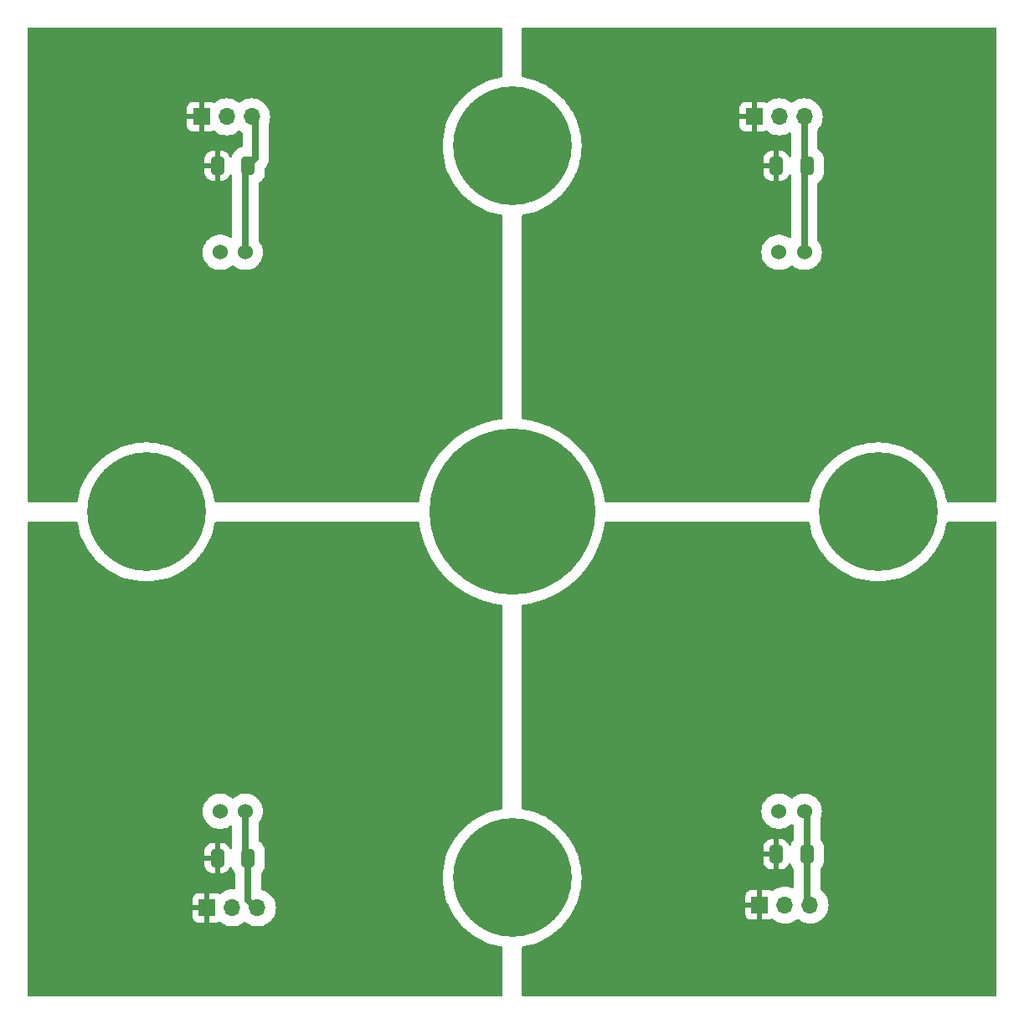
<source format=gbr>
%TF.GenerationSoftware,KiCad,Pcbnew,7.0.5-0*%
%TF.CreationDate,2023-06-12T10:58:37-04:00*%
%TF.ProjectId,quad_sipm,71756164-5f73-4697-906d-2e6b69636164,rev?*%
%TF.SameCoordinates,Original*%
%TF.FileFunction,Copper,L2,Bot*%
%TF.FilePolarity,Positive*%
%FSLAX46Y46*%
G04 Gerber Fmt 4.6, Leading zero omitted, Abs format (unit mm)*
G04 Created by KiCad (PCBNEW 7.0.5-0) date 2023-06-12 10:58:37*
%MOMM*%
%LPD*%
G01*
G04 APERTURE LIST*
G04 Aperture macros list*
%AMRoundRect*
0 Rectangle with rounded corners*
0 $1 Rounding radius*
0 $2 $3 $4 $5 $6 $7 $8 $9 X,Y pos of 4 corners*
0 Add a 4 corners polygon primitive as box body*
4,1,4,$2,$3,$4,$5,$6,$7,$8,$9,$2,$3,0*
0 Add four circle primitives for the rounded corners*
1,1,$1+$1,$2,$3*
1,1,$1+$1,$4,$5*
1,1,$1+$1,$6,$7*
1,1,$1+$1,$8,$9*
0 Add four rect primitives between the rounded corners*
20,1,$1+$1,$2,$3,$4,$5,0*
20,1,$1+$1,$4,$5,$6,$7,0*
20,1,$1+$1,$6,$7,$8,$9,0*
20,1,$1+$1,$8,$9,$2,$3,0*%
G04 Aperture macros list end*
%TA.AperFunction,ComponentPad*%
%ADD10C,16.800000*%
%TD*%
%TA.AperFunction,ComponentPad*%
%ADD11C,12.000000*%
%TD*%
%TA.AperFunction,ComponentPad*%
%ADD12C,1.524000*%
%TD*%
%TA.AperFunction,ComponentPad*%
%ADD13R,1.700000X1.700000*%
%TD*%
%TA.AperFunction,ComponentPad*%
%ADD14O,1.700000X1.700000*%
%TD*%
%TA.AperFunction,SMDPad,CuDef*%
%ADD15RoundRect,0.250000X-0.412500X-0.650000X0.412500X-0.650000X0.412500X0.650000X-0.412500X0.650000X0*%
%TD*%
%TA.AperFunction,Conductor*%
%ADD16C,0.635000*%
%TD*%
G04 APERTURE END LIST*
D10*
%TO.P,H2,1*%
%TO.N,N/C*%
X100000000Y-100000000D03*
%TD*%
D11*
%TO.P,H3,1*%
%TO.N,N/C*%
X100000000Y-137000000D03*
%TD*%
%TO.P,H4,1*%
%TO.N,N/C*%
X137000000Y-100000000D03*
%TD*%
%TO.P,H5,1*%
%TO.N,N/C*%
X63000000Y-100000000D03*
%TD*%
%TO.P,H1,1*%
%TO.N,N/C*%
X100000000Y-63000000D03*
%TD*%
D12*
%TO.P,D2,1,A*%
%TO.N,Net-(D2-A)*%
X70480000Y-130270000D03*
%TO.P,D2,2,K*%
%TO.N,Net-(D2-K)*%
X73030000Y-130270000D03*
%TD*%
%TO.P,D1,1,A*%
%TO.N,Net-(D1-A)*%
X126995000Y-130270000D03*
%TO.P,D1,2,K*%
%TO.N,Net-(D1-K)*%
X129545000Y-130270000D03*
%TD*%
%TO.P,D4,1,A*%
%TO.N,Net-(D4-A)*%
X70480000Y-73755000D03*
%TO.P,D4,2,K*%
%TO.N,Net-(D4-K)*%
X73030000Y-73755000D03*
%TD*%
%TO.P,D3,1,A*%
%TO.N,Net-(D3-A)*%
X126995000Y-73755000D03*
%TO.P,D3,2,K*%
%TO.N,Net-(D3-K)*%
X129545000Y-73755000D03*
%TD*%
D13*
%TO.P,J1,1,Pin_1*%
%TO.N,Net-(J1-Pin_1)*%
X125050000Y-139745000D03*
D14*
%TO.P,J1,2,Pin_2*%
%TO.N,Net-(D1-A)*%
X127590000Y-139745000D03*
%TO.P,J1,3,Pin_3*%
%TO.N,Net-(D1-K)*%
X130130000Y-139745000D03*
%TD*%
D15*
%TO.P,C4,1*%
%TO.N,Net-(J4-Pin_1)*%
X70192500Y-65000000D03*
%TO.P,C4,2*%
%TO.N,Net-(D4-K)*%
X73317500Y-65000000D03*
%TD*%
D13*
%TO.P,J3,1,Pin_1*%
%TO.N,Net-(J3-Pin_1)*%
X124460000Y-60045000D03*
D14*
%TO.P,J3,2,Pin_2*%
%TO.N,Net-(D3-A)*%
X127000000Y-60045000D03*
%TO.P,J3,3,Pin_3*%
%TO.N,Net-(D3-K)*%
X129540000Y-60045000D03*
%TD*%
D13*
%TO.P,J4,1,Pin_1*%
%TO.N,Net-(J4-Pin_1)*%
X68580000Y-60045000D03*
D14*
%TO.P,J4,2,Pin_2*%
%TO.N,Net-(D4-A)*%
X71120000Y-60045000D03*
%TO.P,J4,3,Pin_3*%
%TO.N,Net-(D4-K)*%
X73660000Y-60045000D03*
%TD*%
D15*
%TO.P,C3,1*%
%TO.N,Net-(J3-Pin_1)*%
X126707500Y-65000000D03*
%TO.P,C3,2*%
%TO.N,Net-(D3-K)*%
X129832500Y-65000000D03*
%TD*%
D13*
%TO.P,J2,1,Pin_1*%
%TO.N,Net-(J2-Pin_1)*%
X69170000Y-140045000D03*
D14*
%TO.P,J2,2,Pin_2*%
%TO.N,Net-(D2-A)*%
X71710000Y-140045000D03*
%TO.P,J2,3,Pin_3*%
%TO.N,Net-(D2-K)*%
X74250000Y-140045000D03*
%TD*%
D15*
%TO.P,C1,1*%
%TO.N,Net-(J1-Pin_1)*%
X126707500Y-134620000D03*
%TO.P,C1,2*%
%TO.N,Net-(D1-K)*%
X129832500Y-134620000D03*
%TD*%
%TO.P,C2,1*%
%TO.N,Net-(J2-Pin_1)*%
X70192500Y-135000000D03*
%TO.P,C2,2*%
%TO.N,Net-(D2-K)*%
X73317500Y-135000000D03*
%TD*%
D16*
%TO.N,Net-(D1-K)*%
X129832500Y-134620000D02*
X129832500Y-130557500D01*
X129832500Y-139447500D02*
X130130000Y-139745000D01*
X129832500Y-134620000D02*
X129832500Y-139447500D01*
X129832500Y-139357500D02*
X130175000Y-139700000D01*
X129832500Y-130557500D02*
X129545000Y-130270000D01*
%TO.N,Net-(D2-K)*%
X73030000Y-130270000D02*
X73030000Y-134712500D01*
X73317500Y-139237500D02*
X74080000Y-140000000D01*
X73030000Y-134712500D02*
X73317500Y-135000000D01*
X73317500Y-135000000D02*
X73317500Y-139237500D01*
%TO.N,Net-(D3-K)*%
X129540000Y-60045000D02*
X129540000Y-64707500D01*
X129545000Y-73755000D02*
X129545000Y-65287500D01*
X129540000Y-64707500D02*
X129832500Y-65000000D01*
%TO.N,Net-(D4-K)*%
X73030000Y-73755000D02*
X73030000Y-65287500D01*
X74080000Y-60000000D02*
X74080000Y-64237500D01*
X73030000Y-65287500D02*
X73317500Y-65000000D01*
X74080000Y-64237500D02*
X73317500Y-65000000D01*
%TD*%
%TA.AperFunction,Conductor*%
%TO.N,Net-(J3-Pin_1)*%
G36*
X148942121Y-51020002D02*
G01*
X148988614Y-51073658D01*
X149000000Y-51126000D01*
X149000000Y-98874000D01*
X148979998Y-98942121D01*
X148926342Y-98988614D01*
X148874000Y-99000000D01*
X144056178Y-99000000D01*
X143988057Y-98979998D01*
X143941564Y-98926342D01*
X143932375Y-98897425D01*
X143897659Y-98713953D01*
X143845369Y-98437589D01*
X143709468Y-97930403D01*
X143580392Y-97561525D01*
X143536049Y-97434799D01*
X143536048Y-97434798D01*
X143536046Y-97434791D01*
X143326072Y-96953524D01*
X143326069Y-96953519D01*
X143326062Y-96953503D01*
X143171250Y-96660588D01*
X143080719Y-96489295D01*
X143080709Y-96489279D01*
X142801366Y-96044706D01*
X142801354Y-96044689D01*
X142489561Y-95622224D01*
X142489548Y-95622208D01*
X142147067Y-95224239D01*
X142147058Y-95224228D01*
X142147045Y-95224215D01*
X142147034Y-95224203D01*
X141775796Y-94852965D01*
X141775784Y-94852954D01*
X141775772Y-94852942D01*
X141674361Y-94765671D01*
X141377791Y-94510451D01*
X141377775Y-94510438D01*
X140955310Y-94198645D01*
X140955293Y-94198633D01*
X140510720Y-93919290D01*
X140510712Y-93919285D01*
X140510705Y-93919281D01*
X140465089Y-93895172D01*
X140046496Y-93673937D01*
X140046470Y-93673925D01*
X139862513Y-93593666D01*
X139565209Y-93463954D01*
X139565202Y-93463951D01*
X139565200Y-93463950D01*
X139069605Y-93290534D01*
X138562412Y-93154631D01*
X138046487Y-93057013D01*
X137524711Y-92998222D01*
X137000000Y-92978590D01*
X136475288Y-92998222D01*
X135953512Y-93057013D01*
X135437587Y-93154631D01*
X134930394Y-93290534D01*
X134434799Y-93463950D01*
X134434796Y-93463952D01*
X133953529Y-93673925D01*
X133953503Y-93673937D01*
X133489300Y-93919278D01*
X133489279Y-93919290D01*
X133044706Y-94198633D01*
X133044689Y-94198645D01*
X132622224Y-94510438D01*
X132622208Y-94510451D01*
X132224239Y-94852932D01*
X132224203Y-94852965D01*
X131852965Y-95224203D01*
X131852932Y-95224239D01*
X131510451Y-95622208D01*
X131510438Y-95622224D01*
X131198645Y-96044689D01*
X131198633Y-96044706D01*
X130919290Y-96489279D01*
X130919278Y-96489300D01*
X130673937Y-96953503D01*
X130673925Y-96953529D01*
X130463952Y-97434796D01*
X130463950Y-97434799D01*
X130290534Y-97930394D01*
X130154631Y-98437587D01*
X130067625Y-98897425D01*
X130035308Y-98960639D01*
X129973944Y-98996347D01*
X129943822Y-99000000D01*
X109477770Y-99000000D01*
X109409649Y-98979998D01*
X109363156Y-98926342D01*
X109352377Y-98886350D01*
X109340942Y-98770251D01*
X109340941Y-98770249D01*
X109340941Y-98770242D01*
X109240512Y-98161948D01*
X109186523Y-97930403D01*
X109100512Y-97561520D01*
X108921547Y-96971555D01*
X108921545Y-96971547D01*
X108740040Y-96489300D01*
X108704372Y-96394531D01*
X108449926Y-95832958D01*
X108159296Y-95289228D01*
X107833728Y-94765671D01*
X107474613Y-94264527D01*
X107083492Y-93787944D01*
X106662038Y-93337962D01*
X106212056Y-92916508D01*
X105735473Y-92525387D01*
X105234329Y-92166272D01*
X104710772Y-91840704D01*
X104710771Y-91840703D01*
X104167054Y-91550080D01*
X104167037Y-91550071D01*
X103754548Y-91363174D01*
X103605469Y-91295628D01*
X103605464Y-91295626D01*
X103028452Y-91078454D01*
X103028444Y-91078452D01*
X102438479Y-90899487D01*
X101838066Y-90759490D01*
X101229760Y-90659059D01*
X101113649Y-90647622D01*
X101047817Y-90621039D01*
X101006807Y-90563084D01*
X101000000Y-90522229D01*
X101000000Y-70056178D01*
X101020002Y-69988057D01*
X101073658Y-69941564D01*
X101102575Y-69932375D01*
X101257671Y-69903028D01*
X101562411Y-69845369D01*
X102069597Y-69709468D01*
X102565209Y-69536046D01*
X103046476Y-69326072D01*
X103046487Y-69326065D01*
X103046496Y-69326062D01*
X103198527Y-69245710D01*
X103510705Y-69080719D01*
X103955301Y-68801361D01*
X104377778Y-68489559D01*
X104775772Y-68147058D01*
X105147058Y-67775772D01*
X105489559Y-67377778D01*
X105801361Y-66955301D01*
X106080719Y-66510705D01*
X106279465Y-66134661D01*
X106326062Y-66046496D01*
X106326065Y-66046487D01*
X106326072Y-66046476D01*
X106536046Y-65565209D01*
X106644943Y-65254000D01*
X125410000Y-65254000D01*
X125410000Y-65711938D01*
X125416082Y-65789210D01*
X125464230Y-65968902D01*
X125548687Y-66134658D01*
X125548688Y-66134661D01*
X125665763Y-66279236D01*
X125810338Y-66396311D01*
X125810341Y-66396312D01*
X125976097Y-66480769D01*
X126155789Y-66528917D01*
X126233061Y-66535000D01*
X126453500Y-66535000D01*
X126453500Y-65254000D01*
X125410000Y-65254000D01*
X106644943Y-65254000D01*
X106709468Y-65069597D01*
X106796176Y-64746000D01*
X125410000Y-64746000D01*
X126453500Y-64746000D01*
X126453500Y-63465000D01*
X126233061Y-63465000D01*
X126155789Y-63471082D01*
X125976097Y-63519230D01*
X125810341Y-63603687D01*
X125810338Y-63603688D01*
X125665763Y-63720763D01*
X125548688Y-63865338D01*
X125548687Y-63865341D01*
X125464230Y-64031097D01*
X125416082Y-64210789D01*
X125410000Y-64288061D01*
X125410000Y-64746000D01*
X106796176Y-64746000D01*
X106845369Y-64562411D01*
X106942987Y-64046487D01*
X107001777Y-63524711D01*
X107021410Y-63000000D01*
X107001777Y-62475289D01*
X106942987Y-61953513D01*
X106845369Y-61437589D01*
X106717167Y-60959136D01*
X122975000Y-60959136D01*
X122977832Y-60995117D01*
X122977834Y-60995130D01*
X123022595Y-61149197D01*
X123104261Y-61287285D01*
X123104266Y-61287292D01*
X123217707Y-61400733D01*
X123217714Y-61400738D01*
X123355802Y-61482404D01*
X123509869Y-61527165D01*
X123509882Y-61527167D01*
X123545863Y-61529999D01*
X123545865Y-61530000D01*
X124206000Y-61530000D01*
X124206000Y-60478674D01*
X124317685Y-60529680D01*
X124424237Y-60545000D01*
X124495763Y-60545000D01*
X124602315Y-60529680D01*
X124714000Y-60478674D01*
X124714000Y-61530000D01*
X125374135Y-61530000D01*
X125374136Y-61529999D01*
X125410117Y-61527167D01*
X125410130Y-61527165D01*
X125564195Y-61482404D01*
X125627058Y-61445227D01*
X125695874Y-61427767D01*
X125763205Y-61450283D01*
X125773723Y-61458467D01*
X125774575Y-61459205D01*
X125774580Y-61459210D01*
X125988316Y-61619211D01*
X126222647Y-61747165D01*
X126472803Y-61840468D01*
X126472806Y-61840468D01*
X126472810Y-61840470D01*
X126623788Y-61873313D01*
X126733691Y-61897221D01*
X127000000Y-61916268D01*
X127266309Y-61897221D01*
X127527188Y-61840470D01*
X127527189Y-61840470D01*
X127527190Y-61840469D01*
X127527197Y-61840468D01*
X127777353Y-61747165D01*
X128011684Y-61619211D01*
X128011693Y-61619204D01*
X128011869Y-61619092D01*
X128011939Y-61619071D01*
X128015634Y-61617054D01*
X128016072Y-61617857D01*
X128079987Y-61599083D01*
X128148110Y-61619078D01*
X128194608Y-61672729D01*
X128206000Y-61725083D01*
X128206000Y-63968908D01*
X128202181Y-63999695D01*
X128194694Y-64029408D01*
X128158654Y-64090576D01*
X128095264Y-64122550D01*
X128024651Y-64115177D01*
X127969234Y-64070798D01*
X127953542Y-64037106D01*
X127953137Y-64037262D01*
X127950894Y-64031419D01*
X127950806Y-64031230D01*
X127950770Y-64031098D01*
X127866312Y-63865341D01*
X127866311Y-63865338D01*
X127749236Y-63720763D01*
X127604661Y-63603688D01*
X127604658Y-63603687D01*
X127438902Y-63519230D01*
X127259210Y-63471082D01*
X127181939Y-63465000D01*
X126961500Y-63465000D01*
X126961500Y-66535000D01*
X127181939Y-66535000D01*
X127259210Y-66528917D01*
X127438902Y-66480769D01*
X127604658Y-66396312D01*
X127604661Y-66396311D01*
X127749236Y-66279236D01*
X127866311Y-66134661D01*
X127866312Y-66134658D01*
X127950768Y-65968905D01*
X127950804Y-65968774D01*
X127950847Y-65968702D01*
X127953137Y-65962738D01*
X127954227Y-65963156D01*
X127987752Y-65908149D01*
X128051611Y-65877124D01*
X128122106Y-65885548D01*
X128176856Y-65930748D01*
X128194694Y-65970593D01*
X128207180Y-66020148D01*
X128210999Y-66050933D01*
X128211000Y-72193125D01*
X128190998Y-72261246D01*
X128137342Y-72307739D01*
X128067068Y-72317843D01*
X128014022Y-72297231D01*
X127886746Y-72210456D01*
X127886738Y-72210451D01*
X127646590Y-72094802D01*
X127646572Y-72094795D01*
X127391873Y-72016231D01*
X127391865Y-72016229D01*
X127391863Y-72016229D01*
X127128280Y-71976500D01*
X126861720Y-71976500D01*
X126598137Y-72016229D01*
X126598135Y-72016229D01*
X126598126Y-72016231D01*
X126343427Y-72094795D01*
X126343414Y-72094800D01*
X126103254Y-72210456D01*
X126103247Y-72210460D01*
X125883020Y-72360609D01*
X125883015Y-72360613D01*
X125883014Y-72360614D01*
X125687612Y-72541921D01*
X125661000Y-72575291D01*
X125521411Y-72750329D01*
X125388132Y-72981176D01*
X125388130Y-72981180D01*
X125290746Y-73229312D01*
X125231434Y-73489180D01*
X125231433Y-73489185D01*
X125211513Y-73755000D01*
X125231433Y-74020815D01*
X125231434Y-74020819D01*
X125290746Y-74280687D01*
X125388130Y-74528819D01*
X125388132Y-74528823D01*
X125521411Y-74759670D01*
X125521413Y-74759673D01*
X125521414Y-74759674D01*
X125687612Y-74968079D01*
X125883014Y-75149386D01*
X125883020Y-75149390D01*
X126103247Y-75299539D01*
X126103254Y-75299543D01*
X126103257Y-75299545D01*
X126241711Y-75366220D01*
X126343414Y-75415199D01*
X126343427Y-75415204D01*
X126598126Y-75493768D01*
X126598128Y-75493768D01*
X126598137Y-75493771D01*
X126861720Y-75533500D01*
X126861725Y-75533500D01*
X127128275Y-75533500D01*
X127128280Y-75533500D01*
X127391863Y-75493771D01*
X127391873Y-75493768D01*
X127646572Y-75415204D01*
X127646574Y-75415202D01*
X127646581Y-75415201D01*
X127646586Y-75415198D01*
X127646590Y-75415197D01*
X127886738Y-75299548D01*
X127886738Y-75299547D01*
X127886744Y-75299545D01*
X128106986Y-75149386D01*
X128184297Y-75077650D01*
X128247836Y-75045978D01*
X128318413Y-75053687D01*
X128355701Y-75077650D01*
X128433007Y-75149380D01*
X128433010Y-75149382D01*
X128433014Y-75149386D01*
X128433021Y-75149390D01*
X128433020Y-75149390D01*
X128653247Y-75299539D01*
X128653254Y-75299543D01*
X128653257Y-75299545D01*
X128791711Y-75366220D01*
X128893414Y-75415199D01*
X128893427Y-75415204D01*
X129148126Y-75493768D01*
X129148128Y-75493768D01*
X129148137Y-75493771D01*
X129411720Y-75533500D01*
X129411725Y-75533500D01*
X129678275Y-75533500D01*
X129678280Y-75533500D01*
X129941863Y-75493771D01*
X129941873Y-75493768D01*
X130196572Y-75415204D01*
X130196574Y-75415202D01*
X130196581Y-75415201D01*
X130196586Y-75415198D01*
X130196590Y-75415197D01*
X130436738Y-75299548D01*
X130436738Y-75299547D01*
X130436744Y-75299545D01*
X130656986Y-75149386D01*
X130852388Y-74968079D01*
X131018586Y-74759674D01*
X131151866Y-74528826D01*
X131249252Y-74280692D01*
X131308567Y-74020815D01*
X131328487Y-73755000D01*
X131308567Y-73489185D01*
X131249252Y-73229308D01*
X131203577Y-73112931D01*
X131151869Y-72981180D01*
X131151867Y-72981176D01*
X131018588Y-72750329D01*
X130906489Y-72609761D01*
X130879655Y-72544031D01*
X130879000Y-72531201D01*
X130879000Y-66817504D01*
X130899002Y-66749383D01*
X130933243Y-66713933D01*
X131059950Y-66626152D01*
X131221152Y-66464950D01*
X131350979Y-66277554D01*
X131445260Y-66069989D01*
X131500963Y-65848925D01*
X131511500Y-65715042D01*
X131511500Y-64284958D01*
X131500963Y-64151075D01*
X131445260Y-63930011D01*
X131350979Y-63722446D01*
X131221152Y-63535050D01*
X131221150Y-63535048D01*
X131221142Y-63535039D01*
X131059960Y-63373857D01*
X131059954Y-63373852D01*
X131059950Y-63373848D01*
X131059943Y-63373843D01*
X130928245Y-63282602D01*
X130883640Y-63227367D01*
X130874000Y-63179030D01*
X130874000Y-61402820D01*
X130894002Y-61334699D01*
X130910906Y-61313724D01*
X130926086Y-61298542D01*
X130954210Y-61270420D01*
X131114211Y-61056684D01*
X131242165Y-60822353D01*
X131335468Y-60572197D01*
X131392221Y-60311309D01*
X131411268Y-60045000D01*
X131392221Y-59778691D01*
X131344717Y-59560320D01*
X131335470Y-59517811D01*
X131335470Y-59517810D01*
X131335468Y-59517806D01*
X131335468Y-59517803D01*
X131242165Y-59267647D01*
X131114211Y-59033316D01*
X130954210Y-58819580D01*
X130765420Y-58630790D01*
X130765417Y-58630788D01*
X130765414Y-58630785D01*
X130670856Y-58560000D01*
X130551684Y-58470789D01*
X130423729Y-58400920D01*
X130317352Y-58342834D01*
X130067189Y-58249529D01*
X129806311Y-58192779D01*
X129806313Y-58192779D01*
X129540000Y-58173732D01*
X129273687Y-58192779D01*
X129012811Y-58249529D01*
X129012810Y-58249529D01*
X128762647Y-58342834D01*
X128528316Y-58470789D01*
X128345509Y-58607636D01*
X128278988Y-58632447D01*
X128209614Y-58617355D01*
X128194491Y-58607636D01*
X128099673Y-58536657D01*
X128011684Y-58470789D01*
X127883729Y-58400920D01*
X127777352Y-58342834D01*
X127527189Y-58249529D01*
X127266311Y-58192779D01*
X127266313Y-58192779D01*
X127053261Y-58177541D01*
X127000000Y-58173732D01*
X126999999Y-58173732D01*
X126733687Y-58192779D01*
X126472811Y-58249529D01*
X126472810Y-58249529D01*
X126222647Y-58342834D01*
X125988316Y-58470789D01*
X125774580Y-58630790D01*
X125773700Y-58631553D01*
X125773345Y-58631715D01*
X125770978Y-58633487D01*
X125770592Y-58632971D01*
X125709116Y-58661039D01*
X125638843Y-58650927D01*
X125627059Y-58644772D01*
X125564197Y-58607595D01*
X125410130Y-58562834D01*
X125410117Y-58562832D01*
X125374136Y-58560000D01*
X124714000Y-58560000D01*
X124714000Y-59611325D01*
X124602315Y-59560320D01*
X124495763Y-59545000D01*
X124424237Y-59545000D01*
X124317685Y-59560320D01*
X124206000Y-59611325D01*
X124206000Y-58560000D01*
X123545864Y-58560000D01*
X123509882Y-58562832D01*
X123509869Y-58562834D01*
X123355802Y-58607595D01*
X123217714Y-58689261D01*
X123217707Y-58689266D01*
X123104266Y-58802707D01*
X123104261Y-58802714D01*
X123022595Y-58940802D01*
X122977834Y-59094869D01*
X122977832Y-59094882D01*
X122975000Y-59130863D01*
X122975000Y-59791000D01*
X124028884Y-59791000D01*
X124000507Y-59835156D01*
X123960000Y-59973111D01*
X123960000Y-60116889D01*
X124000507Y-60254844D01*
X124028884Y-60299000D01*
X122975000Y-60299000D01*
X122975000Y-60959136D01*
X106717167Y-60959136D01*
X106709468Y-60930403D01*
X106671660Y-60822353D01*
X106536049Y-60434799D01*
X106536048Y-60434798D01*
X106536046Y-60434791D01*
X106326072Y-59953524D01*
X106326069Y-59953519D01*
X106326062Y-59953503D01*
X106095790Y-59517811D01*
X106080719Y-59489295D01*
X106080709Y-59489279D01*
X105801366Y-59044706D01*
X105801354Y-59044689D01*
X105489561Y-58622224D01*
X105489548Y-58622208D01*
X105249127Y-58342834D01*
X105147058Y-58224228D01*
X105147045Y-58224215D01*
X105147034Y-58224203D01*
X104775796Y-57852965D01*
X104775784Y-57852954D01*
X104775772Y-57852942D01*
X104689864Y-57779012D01*
X104377791Y-57510451D01*
X104377775Y-57510438D01*
X103955310Y-57198645D01*
X103955293Y-57198633D01*
X103510720Y-56919290D01*
X103510712Y-56919285D01*
X103510705Y-56919281D01*
X103465089Y-56895172D01*
X103046496Y-56673937D01*
X103046470Y-56673925D01*
X102862513Y-56593666D01*
X102565209Y-56463954D01*
X102565202Y-56463951D01*
X102565200Y-56463950D01*
X102069605Y-56290534D01*
X101562412Y-56154631D01*
X101102575Y-56067625D01*
X101039361Y-56035308D01*
X101003653Y-55973944D01*
X101000000Y-55943822D01*
X101000000Y-51126000D01*
X101020002Y-51057879D01*
X101073658Y-51011386D01*
X101126000Y-51000000D01*
X148874000Y-51000000D01*
X148942121Y-51020002D01*
G37*
%TD.AperFunction*%
%TD*%
%TA.AperFunction,Conductor*%
%TO.N,Net-(J4-Pin_1)*%
G36*
X98942121Y-51020002D02*
G01*
X98988614Y-51073658D01*
X99000000Y-51126000D01*
X99000000Y-55943822D01*
X98979998Y-56011943D01*
X98926342Y-56058436D01*
X98897425Y-56067625D01*
X98437587Y-56154631D01*
X97930394Y-56290534D01*
X97434799Y-56463950D01*
X97434796Y-56463952D01*
X96953529Y-56673925D01*
X96953503Y-56673937D01*
X96489300Y-56919278D01*
X96489279Y-56919290D01*
X96044706Y-57198633D01*
X96044689Y-57198645D01*
X95622224Y-57510438D01*
X95622208Y-57510451D01*
X95224239Y-57852932D01*
X95224203Y-57852965D01*
X94852965Y-58224203D01*
X94852932Y-58224239D01*
X94510451Y-58622208D01*
X94510438Y-58622224D01*
X94198645Y-59044689D01*
X94198633Y-59044706D01*
X93919290Y-59489279D01*
X93919278Y-59489300D01*
X93673937Y-59953503D01*
X93673925Y-59953529D01*
X93463952Y-60434796D01*
X93463950Y-60434799D01*
X93290534Y-60930394D01*
X93154631Y-61437587D01*
X93057013Y-61953512D01*
X92998222Y-62475288D01*
X92978590Y-62999999D01*
X92998222Y-63524711D01*
X93057013Y-64046487D01*
X93154631Y-64562412D01*
X93290534Y-65069605D01*
X93463950Y-65565200D01*
X93463951Y-65565202D01*
X93463954Y-65565209D01*
X93561684Y-65789210D01*
X93673925Y-66046470D01*
X93673937Y-66046496D01*
X93919278Y-66510699D01*
X93919290Y-66510720D01*
X94198633Y-66955293D01*
X94198645Y-66955310D01*
X94510438Y-67377775D01*
X94510451Y-67377791D01*
X94779012Y-67689864D01*
X94852942Y-67775772D01*
X94852954Y-67775784D01*
X94852965Y-67775796D01*
X95224203Y-68147034D01*
X95224215Y-68147045D01*
X95224228Y-68147058D01*
X95346780Y-68252522D01*
X95622208Y-68489548D01*
X95622224Y-68489561D01*
X96044689Y-68801354D01*
X96044706Y-68801366D01*
X96489279Y-69080709D01*
X96489295Y-69080719D01*
X96660588Y-69171250D01*
X96953503Y-69326062D01*
X96953519Y-69326069D01*
X96953524Y-69326072D01*
X97434791Y-69536046D01*
X97434798Y-69536048D01*
X97434799Y-69536049D01*
X97930394Y-69709465D01*
X97930403Y-69709468D01*
X98437589Y-69845369D01*
X98713953Y-69897659D01*
X98897425Y-69932375D01*
X98960639Y-69964692D01*
X98996347Y-70026056D01*
X99000000Y-70056178D01*
X99000000Y-90522229D01*
X98979998Y-90590350D01*
X98926342Y-90636843D01*
X98886351Y-90647622D01*
X98770239Y-90659059D01*
X98161933Y-90759490D01*
X97561520Y-90899487D01*
X96971555Y-91078452D01*
X96971547Y-91078454D01*
X96394535Y-91295626D01*
X95832962Y-91550071D01*
X95832945Y-91550080D01*
X95289227Y-91840704D01*
X94765671Y-92166272D01*
X94765667Y-92166274D01*
X94264529Y-92525385D01*
X94264528Y-92525386D01*
X93787943Y-92916509D01*
X93337962Y-93337962D01*
X92916509Y-93787943D01*
X92525386Y-94264528D01*
X92525385Y-94264529D01*
X92166274Y-94765667D01*
X92166272Y-94765671D01*
X91840704Y-95289227D01*
X91550080Y-95832945D01*
X91550071Y-95832962D01*
X91295626Y-96394535D01*
X91078454Y-96971547D01*
X91078452Y-96971555D01*
X90899487Y-97561520D01*
X90759490Y-98161933D01*
X90659060Y-98770235D01*
X90659057Y-98770251D01*
X90647623Y-98886350D01*
X90621040Y-98952183D01*
X90563086Y-98993192D01*
X90522230Y-99000000D01*
X70056178Y-99000000D01*
X69988057Y-98979998D01*
X69941564Y-98926342D01*
X69932375Y-98897425D01*
X69897659Y-98713953D01*
X69845369Y-98437589D01*
X69709468Y-97930403D01*
X69580392Y-97561525D01*
X69536049Y-97434799D01*
X69536048Y-97434798D01*
X69536046Y-97434791D01*
X69326072Y-96953524D01*
X69326069Y-96953519D01*
X69326062Y-96953503D01*
X69171250Y-96660588D01*
X69080719Y-96489295D01*
X69080709Y-96489279D01*
X68801366Y-96044706D01*
X68801354Y-96044689D01*
X68489561Y-95622224D01*
X68489548Y-95622208D01*
X68147067Y-95224239D01*
X68147058Y-95224228D01*
X68147045Y-95224215D01*
X68147034Y-95224203D01*
X67775796Y-94852965D01*
X67775784Y-94852954D01*
X67775772Y-94852942D01*
X67674361Y-94765671D01*
X67377791Y-94510451D01*
X67377775Y-94510438D01*
X66955310Y-94198645D01*
X66955293Y-94198633D01*
X66510720Y-93919290D01*
X66510712Y-93919285D01*
X66510705Y-93919281D01*
X66465089Y-93895172D01*
X66046496Y-93673937D01*
X66046470Y-93673925D01*
X65862513Y-93593666D01*
X65565209Y-93463954D01*
X65565202Y-93463951D01*
X65565200Y-93463950D01*
X65069605Y-93290534D01*
X64562412Y-93154631D01*
X64046487Y-93057013D01*
X63524711Y-92998222D01*
X63018923Y-92979298D01*
X63000000Y-92978590D01*
X62999999Y-92978590D01*
X62475288Y-92998222D01*
X61953512Y-93057013D01*
X61437587Y-93154631D01*
X60930394Y-93290534D01*
X60434799Y-93463950D01*
X60434796Y-93463952D01*
X59953529Y-93673925D01*
X59953503Y-93673937D01*
X59489300Y-93919278D01*
X59489279Y-93919290D01*
X59044706Y-94198633D01*
X59044689Y-94198645D01*
X58622224Y-94510438D01*
X58622208Y-94510451D01*
X58224239Y-94852932D01*
X58224203Y-94852965D01*
X57852965Y-95224203D01*
X57852932Y-95224239D01*
X57510451Y-95622208D01*
X57510438Y-95622224D01*
X57198645Y-96044689D01*
X57198633Y-96044706D01*
X56919290Y-96489279D01*
X56919278Y-96489300D01*
X56673937Y-96953503D01*
X56673925Y-96953529D01*
X56463952Y-97434796D01*
X56463950Y-97434799D01*
X56290534Y-97930394D01*
X56154631Y-98437587D01*
X56067625Y-98897425D01*
X56035308Y-98960639D01*
X55973944Y-98996347D01*
X55943822Y-99000000D01*
X51126000Y-99000000D01*
X51057879Y-98979998D01*
X51011386Y-98926342D01*
X51000000Y-98874000D01*
X51000000Y-65254000D01*
X68895000Y-65254000D01*
X68895000Y-65711938D01*
X68901082Y-65789210D01*
X68949230Y-65968902D01*
X69033687Y-66134658D01*
X69033688Y-66134661D01*
X69150763Y-66279236D01*
X69295338Y-66396311D01*
X69295341Y-66396312D01*
X69461097Y-66480769D01*
X69640789Y-66528917D01*
X69718061Y-66535000D01*
X69938500Y-66535000D01*
X69938500Y-65254000D01*
X68895000Y-65254000D01*
X51000000Y-65254000D01*
X51000000Y-64746000D01*
X68895000Y-64746000D01*
X69938500Y-64746000D01*
X69938500Y-63465000D01*
X69718061Y-63465000D01*
X69640789Y-63471082D01*
X69461097Y-63519230D01*
X69295341Y-63603687D01*
X69295338Y-63603688D01*
X69150763Y-63720763D01*
X69033688Y-63865338D01*
X69033687Y-63865341D01*
X68949230Y-64031097D01*
X68901082Y-64210789D01*
X68895000Y-64288061D01*
X68895000Y-64746000D01*
X51000000Y-64746000D01*
X51000000Y-60959136D01*
X67095000Y-60959136D01*
X67097832Y-60995117D01*
X67097834Y-60995130D01*
X67142595Y-61149197D01*
X67224261Y-61287285D01*
X67224266Y-61287292D01*
X67337707Y-61400733D01*
X67337714Y-61400738D01*
X67475802Y-61482404D01*
X67629869Y-61527165D01*
X67629882Y-61527167D01*
X67665863Y-61529999D01*
X67665865Y-61530000D01*
X68326000Y-61530000D01*
X68326000Y-60478674D01*
X68437685Y-60529680D01*
X68544237Y-60545000D01*
X68615763Y-60545000D01*
X68722315Y-60529680D01*
X68834000Y-60478674D01*
X68834000Y-61530000D01*
X69494135Y-61530000D01*
X69494136Y-61529999D01*
X69530117Y-61527167D01*
X69530130Y-61527165D01*
X69684195Y-61482404D01*
X69747058Y-61445227D01*
X69815874Y-61427767D01*
X69883205Y-61450283D01*
X69893723Y-61458467D01*
X69894575Y-61459205D01*
X69894580Y-61459210D01*
X70108316Y-61619211D01*
X70342647Y-61747165D01*
X70592803Y-61840468D01*
X70592806Y-61840468D01*
X70592810Y-61840470D01*
X70743788Y-61873313D01*
X70853691Y-61897221D01*
X71120000Y-61916268D01*
X71386309Y-61897221D01*
X71647188Y-61840470D01*
X71647189Y-61840470D01*
X71647190Y-61840469D01*
X71647197Y-61840468D01*
X71897353Y-61747165D01*
X72131684Y-61619211D01*
X72314491Y-61482362D01*
X72381011Y-61457552D01*
X72450385Y-61472643D01*
X72465507Y-61482361D01*
X72648316Y-61619211D01*
X72680384Y-61636721D01*
X72730586Y-61686922D01*
X72746000Y-61747309D01*
X72746000Y-62985787D01*
X72725998Y-63053908D01*
X72672342Y-63100401D01*
X72650787Y-63107968D01*
X72485014Y-63149739D01*
X72485005Y-63149742D01*
X72277450Y-63244018D01*
X72090048Y-63373849D01*
X72090039Y-63373857D01*
X71928857Y-63535039D01*
X71928849Y-63535048D01*
X71799018Y-63722450D01*
X71704742Y-63930005D01*
X71704739Y-63930014D01*
X71679694Y-64029408D01*
X71643653Y-64090577D01*
X71580263Y-64122550D01*
X71509651Y-64115177D01*
X71454234Y-64070798D01*
X71438542Y-64037106D01*
X71438137Y-64037262D01*
X71435894Y-64031419D01*
X71435806Y-64031230D01*
X71435770Y-64031098D01*
X71351312Y-63865341D01*
X71351311Y-63865338D01*
X71234236Y-63720763D01*
X71089661Y-63603688D01*
X71089658Y-63603687D01*
X70923902Y-63519230D01*
X70744210Y-63471082D01*
X70666939Y-63465000D01*
X70446500Y-63465000D01*
X70446500Y-66535000D01*
X70666939Y-66535000D01*
X70744210Y-66528917D01*
X70923902Y-66480769D01*
X71089658Y-66396312D01*
X71089661Y-66396311D01*
X71234236Y-66279236D01*
X71351311Y-66134661D01*
X71351312Y-66134658D01*
X71435768Y-65968905D01*
X71435804Y-65968774D01*
X71435847Y-65968702D01*
X71438137Y-65962738D01*
X71439227Y-65963156D01*
X71472752Y-65908149D01*
X71536611Y-65877124D01*
X71607106Y-65885548D01*
X71661856Y-65930748D01*
X71679694Y-65970591D01*
X71692181Y-66020146D01*
X71696000Y-66050933D01*
X71696000Y-72193125D01*
X71675998Y-72261246D01*
X71622342Y-72307739D01*
X71552068Y-72317843D01*
X71499022Y-72297231D01*
X71371746Y-72210456D01*
X71371738Y-72210451D01*
X71131590Y-72094802D01*
X71131572Y-72094795D01*
X70876873Y-72016231D01*
X70876865Y-72016229D01*
X70876863Y-72016229D01*
X70613280Y-71976500D01*
X70346720Y-71976500D01*
X70083137Y-72016229D01*
X70083135Y-72016229D01*
X70083126Y-72016231D01*
X69828427Y-72094795D01*
X69828414Y-72094800D01*
X69588254Y-72210456D01*
X69588247Y-72210460D01*
X69368020Y-72360609D01*
X69368015Y-72360613D01*
X69368014Y-72360614D01*
X69172612Y-72541921D01*
X69146000Y-72575291D01*
X69006411Y-72750329D01*
X68873132Y-72981176D01*
X68873130Y-72981180D01*
X68775746Y-73229312D01*
X68716434Y-73489180D01*
X68716433Y-73489185D01*
X68696513Y-73755000D01*
X68716433Y-74020815D01*
X68716434Y-74020819D01*
X68775746Y-74280687D01*
X68873130Y-74528819D01*
X68873132Y-74528823D01*
X69006411Y-74759670D01*
X69006413Y-74759673D01*
X69006414Y-74759674D01*
X69172612Y-74968079D01*
X69368014Y-75149386D01*
X69368020Y-75149390D01*
X69588247Y-75299539D01*
X69588254Y-75299543D01*
X69588257Y-75299545D01*
X69726711Y-75366220D01*
X69828414Y-75415199D01*
X69828427Y-75415204D01*
X70083126Y-75493768D01*
X70083128Y-75493768D01*
X70083137Y-75493771D01*
X70346720Y-75533500D01*
X70346725Y-75533500D01*
X70613275Y-75533500D01*
X70613280Y-75533500D01*
X70876863Y-75493771D01*
X70876873Y-75493768D01*
X71131572Y-75415204D01*
X71131574Y-75415202D01*
X71131581Y-75415201D01*
X71131586Y-75415198D01*
X71131590Y-75415197D01*
X71371738Y-75299548D01*
X71371738Y-75299547D01*
X71371744Y-75299545D01*
X71591986Y-75149386D01*
X71669297Y-75077650D01*
X71732836Y-75045978D01*
X71803413Y-75053687D01*
X71840701Y-75077650D01*
X71918007Y-75149380D01*
X71918010Y-75149382D01*
X71918014Y-75149386D01*
X71918021Y-75149390D01*
X71918020Y-75149390D01*
X72138247Y-75299539D01*
X72138254Y-75299543D01*
X72138257Y-75299545D01*
X72276711Y-75366221D01*
X72378414Y-75415199D01*
X72378427Y-75415204D01*
X72633126Y-75493768D01*
X72633128Y-75493768D01*
X72633137Y-75493771D01*
X72896720Y-75533500D01*
X72896725Y-75533500D01*
X73163275Y-75533500D01*
X73163280Y-75533500D01*
X73426863Y-75493771D01*
X73426873Y-75493768D01*
X73681572Y-75415204D01*
X73681574Y-75415202D01*
X73681581Y-75415201D01*
X73681586Y-75415198D01*
X73681590Y-75415197D01*
X73921738Y-75299548D01*
X73921738Y-75299547D01*
X73921744Y-75299545D01*
X74141986Y-75149386D01*
X74337388Y-74968079D01*
X74503586Y-74759674D01*
X74636866Y-74528826D01*
X74734252Y-74280692D01*
X74793567Y-74020815D01*
X74813487Y-73755000D01*
X74793567Y-73489185D01*
X74734252Y-73229308D01*
X74688577Y-73112931D01*
X74636869Y-72981180D01*
X74636867Y-72981176D01*
X74503588Y-72750329D01*
X74391489Y-72609761D01*
X74364655Y-72544031D01*
X74364000Y-72531201D01*
X74364000Y-66817504D01*
X74384002Y-66749383D01*
X74418243Y-66713933D01*
X74544950Y-66626152D01*
X74706152Y-66464950D01*
X74835979Y-66277554D01*
X74930260Y-66069989D01*
X74985963Y-65848925D01*
X74996500Y-65715042D01*
X74996500Y-65259751D01*
X75016502Y-65191630D01*
X75033400Y-65170660D01*
X75105807Y-65098254D01*
X75137778Y-65052592D01*
X75141090Y-65048276D01*
X75176924Y-65005573D01*
X75204795Y-64957297D01*
X75207718Y-64952708D01*
X75239691Y-64907048D01*
X75263246Y-64856531D01*
X75265764Y-64851695D01*
X75293634Y-64803426D01*
X75312692Y-64751061D01*
X75314784Y-64746008D01*
X75338339Y-64695498D01*
X75352763Y-64641661D01*
X75354412Y-64636435D01*
X75373465Y-64584089D01*
X75373468Y-64584077D01*
X75377288Y-64562411D01*
X75383145Y-64529192D01*
X75384324Y-64523874D01*
X75398752Y-64470032D01*
X75403609Y-64414514D01*
X75404324Y-64409082D01*
X75414000Y-64354210D01*
X75414000Y-64120790D01*
X75414000Y-64120789D01*
X75414000Y-60706109D01*
X75421944Y-60662078D01*
X75455468Y-60572197D01*
X75512221Y-60311309D01*
X75531268Y-60045000D01*
X75512221Y-59778691D01*
X75464717Y-59560320D01*
X75455470Y-59517811D01*
X75455470Y-59517810D01*
X75455468Y-59517806D01*
X75455468Y-59517803D01*
X75362165Y-59267647D01*
X75234211Y-59033316D01*
X75074210Y-58819580D01*
X74885420Y-58630790D01*
X74885417Y-58630788D01*
X74885414Y-58630785D01*
X74790856Y-58560000D01*
X74671684Y-58470789D01*
X74543728Y-58400920D01*
X74437352Y-58342834D01*
X74187189Y-58249529D01*
X73926311Y-58192779D01*
X73926313Y-58192779D01*
X73713261Y-58177541D01*
X73660000Y-58173732D01*
X73659999Y-58173732D01*
X73393687Y-58192779D01*
X73132811Y-58249529D01*
X73132810Y-58249529D01*
X72882647Y-58342834D01*
X72648316Y-58470789D01*
X72465509Y-58607636D01*
X72398988Y-58632447D01*
X72329614Y-58617355D01*
X72314491Y-58607636D01*
X72219673Y-58536657D01*
X72131684Y-58470789D01*
X72003728Y-58400920D01*
X71897352Y-58342834D01*
X71647189Y-58249529D01*
X71386311Y-58192779D01*
X71386313Y-58192779D01*
X71173261Y-58177541D01*
X71120000Y-58173732D01*
X71119999Y-58173732D01*
X70853687Y-58192779D01*
X70592811Y-58249529D01*
X70592810Y-58249529D01*
X70342647Y-58342834D01*
X70108316Y-58470789D01*
X69894580Y-58630790D01*
X69893700Y-58631553D01*
X69893345Y-58631715D01*
X69890978Y-58633487D01*
X69890592Y-58632971D01*
X69829116Y-58661039D01*
X69758843Y-58650927D01*
X69747059Y-58644772D01*
X69684197Y-58607595D01*
X69530130Y-58562834D01*
X69530117Y-58562832D01*
X69494136Y-58560000D01*
X68834000Y-58560000D01*
X68834000Y-59611325D01*
X68722315Y-59560320D01*
X68615763Y-59545000D01*
X68544237Y-59545000D01*
X68437685Y-59560320D01*
X68326000Y-59611325D01*
X68326000Y-58560000D01*
X67665864Y-58560000D01*
X67629882Y-58562832D01*
X67629869Y-58562834D01*
X67475802Y-58607595D01*
X67337714Y-58689261D01*
X67337707Y-58689266D01*
X67224266Y-58802707D01*
X67224261Y-58802714D01*
X67142595Y-58940802D01*
X67097834Y-59094869D01*
X67097832Y-59094882D01*
X67095000Y-59130863D01*
X67095000Y-59791000D01*
X68148884Y-59791000D01*
X68120507Y-59835156D01*
X68080000Y-59973111D01*
X68080000Y-60116889D01*
X68120507Y-60254844D01*
X68148884Y-60299000D01*
X67095000Y-60299000D01*
X67095000Y-60959136D01*
X51000000Y-60959136D01*
X51000000Y-51126000D01*
X51020002Y-51057879D01*
X51073658Y-51011386D01*
X51126000Y-51000000D01*
X98874000Y-51000000D01*
X98942121Y-51020002D01*
G37*
%TD.AperFunction*%
%TD*%
%TA.AperFunction,Conductor*%
%TO.N,Net-(J1-Pin_1)*%
G36*
X130011943Y-101020002D02*
G01*
X130058436Y-101073658D01*
X130067625Y-101102575D01*
X130154631Y-101562412D01*
X130290534Y-102069605D01*
X130463950Y-102565200D01*
X130463951Y-102565202D01*
X130463954Y-102565209D01*
X130593666Y-102862513D01*
X130673925Y-103046470D01*
X130673937Y-103046496D01*
X130919278Y-103510699D01*
X130919290Y-103510720D01*
X131198633Y-103955293D01*
X131198645Y-103955310D01*
X131510438Y-104377775D01*
X131510451Y-104377791D01*
X131779012Y-104689864D01*
X131852942Y-104775772D01*
X131852954Y-104775784D01*
X131852965Y-104775796D01*
X132224203Y-105147034D01*
X132224215Y-105147045D01*
X132224228Y-105147058D01*
X132325638Y-105234328D01*
X132622208Y-105489548D01*
X132622224Y-105489561D01*
X133044689Y-105801354D01*
X133044706Y-105801366D01*
X133489279Y-106080709D01*
X133489295Y-106080719D01*
X133660588Y-106171250D01*
X133953503Y-106326062D01*
X133953519Y-106326069D01*
X133953524Y-106326072D01*
X134434791Y-106536046D01*
X134434798Y-106536048D01*
X134434799Y-106536049D01*
X134930394Y-106709465D01*
X134930403Y-106709468D01*
X135437589Y-106845369D01*
X135953513Y-106942987D01*
X136416498Y-106995152D01*
X136475288Y-107001777D01*
X136494920Y-107002511D01*
X137000000Y-107021410D01*
X137524711Y-107001777D01*
X138046487Y-106942987D01*
X138562411Y-106845369D01*
X139069597Y-106709468D01*
X139565209Y-106536046D01*
X140046476Y-106326072D01*
X140046487Y-106326065D01*
X140046496Y-106326062D01*
X140262204Y-106212056D01*
X140510705Y-106080719D01*
X140955301Y-105801361D01*
X141377778Y-105489559D01*
X141775772Y-105147058D01*
X142147058Y-104775772D01*
X142489559Y-104377778D01*
X142801361Y-103955301D01*
X143080719Y-103510705D01*
X143245710Y-103198527D01*
X143326062Y-103046496D01*
X143326065Y-103046487D01*
X143326072Y-103046476D01*
X143536046Y-102565209D01*
X143709468Y-102069597D01*
X143845369Y-101562411D01*
X143908312Y-101229748D01*
X143932375Y-101102575D01*
X143964692Y-101039361D01*
X144026056Y-101003653D01*
X144056178Y-101000000D01*
X148874000Y-101000000D01*
X148942121Y-101020002D01*
X148988614Y-101073658D01*
X149000000Y-101126000D01*
X149000000Y-148874000D01*
X148979998Y-148942121D01*
X148926342Y-148988614D01*
X148874000Y-149000000D01*
X101126000Y-149000000D01*
X101057879Y-148979998D01*
X101011386Y-148926342D01*
X101000000Y-148874000D01*
X101000000Y-144056178D01*
X101020002Y-143988057D01*
X101073658Y-143941564D01*
X101102575Y-143932375D01*
X101257671Y-143903028D01*
X101562411Y-143845369D01*
X102069597Y-143709468D01*
X102565209Y-143536046D01*
X103046476Y-143326072D01*
X103046487Y-143326065D01*
X103046496Y-143326062D01*
X103198527Y-143245710D01*
X103510705Y-143080719D01*
X103955301Y-142801361D01*
X104377778Y-142489559D01*
X104775772Y-142147058D01*
X105147058Y-141775772D01*
X105489559Y-141377778D01*
X105801361Y-140955301D01*
X105987454Y-140659136D01*
X123565000Y-140659136D01*
X123567832Y-140695117D01*
X123567834Y-140695130D01*
X123612595Y-140849197D01*
X123694261Y-140987285D01*
X123694266Y-140987292D01*
X123807707Y-141100733D01*
X123807714Y-141100738D01*
X123945802Y-141182404D01*
X124099869Y-141227165D01*
X124099882Y-141227167D01*
X124135863Y-141229999D01*
X124135865Y-141230000D01*
X124796000Y-141230000D01*
X124796000Y-140178674D01*
X124907685Y-140229680D01*
X125014237Y-140245000D01*
X125085763Y-140245000D01*
X125192315Y-140229680D01*
X125303999Y-140178674D01*
X125304000Y-141230000D01*
X125964135Y-141230000D01*
X125964136Y-141229999D01*
X126000117Y-141227167D01*
X126000130Y-141227165D01*
X126154195Y-141182404D01*
X126217058Y-141145227D01*
X126285874Y-141127767D01*
X126353205Y-141150283D01*
X126363723Y-141158467D01*
X126364575Y-141159205D01*
X126364580Y-141159210D01*
X126578316Y-141319211D01*
X126812647Y-141447165D01*
X127062803Y-141540468D01*
X127062806Y-141540468D01*
X127062810Y-141540470D01*
X127213788Y-141573313D01*
X127323691Y-141597221D01*
X127590000Y-141616268D01*
X127856309Y-141597221D01*
X128117188Y-141540470D01*
X128117189Y-141540470D01*
X128117190Y-141540469D01*
X128117197Y-141540468D01*
X128367353Y-141447165D01*
X128601684Y-141319211D01*
X128784492Y-141182362D01*
X128851010Y-141157552D01*
X128920384Y-141172643D01*
X128935508Y-141182363D01*
X128995357Y-141227165D01*
X129118316Y-141319211D01*
X129352647Y-141447165D01*
X129602803Y-141540468D01*
X129602806Y-141540468D01*
X129602810Y-141540470D01*
X129753788Y-141573313D01*
X129863691Y-141597221D01*
X130130000Y-141616268D01*
X130396309Y-141597221D01*
X130657188Y-141540470D01*
X130657189Y-141540470D01*
X130657190Y-141540469D01*
X130657197Y-141540468D01*
X130907353Y-141447165D01*
X131141684Y-141319211D01*
X131355420Y-141159210D01*
X131544210Y-140970420D01*
X131704211Y-140756684D01*
X131832165Y-140522353D01*
X131925468Y-140272197D01*
X131982221Y-140011309D01*
X132001268Y-139745000D01*
X131982221Y-139478691D01*
X131934717Y-139260320D01*
X131925470Y-139217811D01*
X131925470Y-139217810D01*
X131925468Y-139217806D01*
X131925468Y-139217803D01*
X131832165Y-138967647D01*
X131704211Y-138733316D01*
X131544210Y-138519580D01*
X131355420Y-138330790D01*
X131355417Y-138330788D01*
X131355414Y-138330785D01*
X131216991Y-138227163D01*
X131174444Y-138170327D01*
X131166500Y-138126295D01*
X131166500Y-136191792D01*
X131186502Y-136123671D01*
X131203405Y-136102697D01*
X131221152Y-136084950D01*
X131350979Y-135897554D01*
X131445260Y-135689989D01*
X131500963Y-135468925D01*
X131511500Y-135335042D01*
X131511500Y-133904958D01*
X131500963Y-133771075D01*
X131445260Y-133550011D01*
X131350979Y-133342446D01*
X131221152Y-133155050D01*
X131221150Y-133155048D01*
X131221142Y-133155039D01*
X131203405Y-133137302D01*
X131169379Y-133074990D01*
X131166500Y-133048207D01*
X131166500Y-131030379D01*
X131175210Y-130984346D01*
X131200743Y-130919290D01*
X131249252Y-130795692D01*
X131308567Y-130535815D01*
X131328487Y-130270000D01*
X131308567Y-130004185D01*
X131249252Y-129744308D01*
X131203577Y-129627931D01*
X131151869Y-129496180D01*
X131151867Y-129496176D01*
X131018588Y-129265329D01*
X131018586Y-129265326D01*
X130852388Y-129056921D01*
X130656986Y-128875614D01*
X130436744Y-128725455D01*
X130436741Y-128725454D01*
X130436739Y-128725452D01*
X130436738Y-128725451D01*
X130196590Y-128609802D01*
X130196572Y-128609795D01*
X129941873Y-128531231D01*
X129941865Y-128531229D01*
X129941863Y-128531229D01*
X129678280Y-128491500D01*
X129411720Y-128491500D01*
X129148137Y-128531229D01*
X129148135Y-128531229D01*
X129148126Y-128531231D01*
X128893427Y-128609795D01*
X128893414Y-128609800D01*
X128653254Y-128725456D01*
X128653247Y-128725460D01*
X128433020Y-128875609D01*
X128433008Y-128875619D01*
X128355701Y-128947349D01*
X128292160Y-128979020D01*
X128221583Y-128971310D01*
X128184299Y-128947349D01*
X128106991Y-128875619D01*
X128106985Y-128875613D01*
X127886745Y-128725456D01*
X127886744Y-128725455D01*
X127886741Y-128725454D01*
X127886739Y-128725452D01*
X127886738Y-128725451D01*
X127646590Y-128609802D01*
X127646572Y-128609795D01*
X127391873Y-128531231D01*
X127391865Y-128531229D01*
X127391863Y-128531229D01*
X127128280Y-128491500D01*
X126861720Y-128491500D01*
X126598137Y-128531229D01*
X126598135Y-128531229D01*
X126598126Y-128531231D01*
X126343427Y-128609795D01*
X126343414Y-128609800D01*
X126103254Y-128725456D01*
X126103247Y-128725460D01*
X125883020Y-128875609D01*
X125883015Y-128875613D01*
X125687613Y-129056920D01*
X125521411Y-129265329D01*
X125388132Y-129496176D01*
X125388130Y-129496180D01*
X125290746Y-129744312D01*
X125245210Y-129943822D01*
X125231433Y-130004185D01*
X125211513Y-130270000D01*
X125231433Y-130535815D01*
X125231434Y-130535819D01*
X125290746Y-130795687D01*
X125388130Y-131043819D01*
X125388132Y-131043823D01*
X125521411Y-131274670D01*
X125521413Y-131274673D01*
X125521414Y-131274674D01*
X125687612Y-131483079D01*
X125883014Y-131664386D01*
X125883020Y-131664390D01*
X126103247Y-131814539D01*
X126103254Y-131814543D01*
X126103257Y-131814545D01*
X126183037Y-131852965D01*
X126343414Y-131930199D01*
X126343427Y-131930204D01*
X126598126Y-132008768D01*
X126598128Y-132008768D01*
X126598137Y-132008771D01*
X126861720Y-132048500D01*
X126861725Y-132048500D01*
X127128275Y-132048500D01*
X127128280Y-132048500D01*
X127391863Y-132008771D01*
X127391873Y-132008768D01*
X127646572Y-131930204D01*
X127646574Y-131930202D01*
X127646581Y-131930201D01*
X127646586Y-131930198D01*
X127646590Y-131930197D01*
X127886738Y-131814548D01*
X127886738Y-131814547D01*
X127886744Y-131814545D01*
X128106986Y-131664386D01*
X128184297Y-131592650D01*
X128247836Y-131560978D01*
X128318413Y-131568687D01*
X128355701Y-131592650D01*
X128433011Y-131664384D01*
X128433014Y-131664386D01*
X128443474Y-131671517D01*
X128488493Y-131726416D01*
X128498500Y-131775626D01*
X128498500Y-133048207D01*
X128478498Y-133116328D01*
X128461598Y-133137300D01*
X128443848Y-133155050D01*
X128314018Y-133342450D01*
X128219742Y-133550005D01*
X128219739Y-133550014D01*
X128194694Y-133649408D01*
X128158653Y-133710577D01*
X128095263Y-133742550D01*
X128024651Y-133735177D01*
X127969234Y-133690798D01*
X127953542Y-133657106D01*
X127953137Y-133657262D01*
X127950894Y-133651419D01*
X127950806Y-133651230D01*
X127950770Y-133651098D01*
X127866312Y-133485341D01*
X127866311Y-133485338D01*
X127749236Y-133340763D01*
X127604661Y-133223688D01*
X127604658Y-133223687D01*
X127438902Y-133139230D01*
X127259210Y-133091082D01*
X127181939Y-133085000D01*
X126961500Y-133085000D01*
X126961500Y-136155000D01*
X127181939Y-136155000D01*
X127259210Y-136148917D01*
X127438902Y-136100769D01*
X127604658Y-136016312D01*
X127604661Y-136016311D01*
X127749236Y-135899236D01*
X127866311Y-135754661D01*
X127866312Y-135754658D01*
X127950768Y-135588905D01*
X127950804Y-135588774D01*
X127950847Y-135588702D01*
X127953137Y-135582738D01*
X127954227Y-135583156D01*
X127987752Y-135528149D01*
X128051611Y-135497124D01*
X128122106Y-135505548D01*
X128176856Y-135550748D01*
X128194694Y-135590591D01*
X128219739Y-135689985D01*
X128219742Y-135689994D01*
X128314018Y-135897549D01*
X128314020Y-135897552D01*
X128314021Y-135897554D01*
X128396296Y-136016312D01*
X128443849Y-136084951D01*
X128443857Y-136084960D01*
X128461594Y-136102697D01*
X128495620Y-136165009D01*
X128498499Y-136191792D01*
X128498499Y-137910275D01*
X128478497Y-137978396D01*
X128424841Y-138024889D01*
X128354567Y-138034993D01*
X128328467Y-138028331D01*
X128117189Y-137949529D01*
X127856311Y-137892779D01*
X127856313Y-137892779D01*
X127643261Y-137877541D01*
X127590000Y-137873732D01*
X127589999Y-137873732D01*
X127323687Y-137892779D01*
X127062811Y-137949529D01*
X127062810Y-137949529D01*
X126812647Y-138042834D01*
X126578316Y-138170789D01*
X126364580Y-138330790D01*
X126363700Y-138331553D01*
X126363345Y-138331715D01*
X126360978Y-138333487D01*
X126360592Y-138332971D01*
X126299116Y-138361039D01*
X126228843Y-138350927D01*
X126217059Y-138344772D01*
X126154197Y-138307595D01*
X126000130Y-138262834D01*
X126000117Y-138262832D01*
X125964136Y-138260000D01*
X125304000Y-138260000D01*
X125303999Y-139311325D01*
X125192315Y-139260320D01*
X125085763Y-139245000D01*
X125014237Y-139245000D01*
X124907685Y-139260320D01*
X124796000Y-139311325D01*
X124796000Y-138260000D01*
X124135864Y-138260000D01*
X124099882Y-138262832D01*
X124099869Y-138262834D01*
X123945802Y-138307595D01*
X123807714Y-138389261D01*
X123807707Y-138389266D01*
X123694266Y-138502707D01*
X123694261Y-138502714D01*
X123612595Y-138640802D01*
X123567834Y-138794869D01*
X123567832Y-138794882D01*
X123565000Y-138830863D01*
X123565000Y-139491000D01*
X124618884Y-139491000D01*
X124590507Y-139535156D01*
X124550000Y-139673111D01*
X124550000Y-139816889D01*
X124590507Y-139954844D01*
X124618884Y-139999000D01*
X123565000Y-139999000D01*
X123565000Y-140659136D01*
X105987454Y-140659136D01*
X106080719Y-140510705D01*
X106310575Y-140075798D01*
X106326062Y-140046496D01*
X106326065Y-140046487D01*
X106326072Y-140046476D01*
X106536046Y-139565209D01*
X106709468Y-139069597D01*
X106845369Y-138562411D01*
X106942987Y-138046487D01*
X107001777Y-137524711D01*
X107021410Y-137000000D01*
X107001777Y-136475289D01*
X106942987Y-135953513D01*
X106845369Y-135437589D01*
X106709468Y-134930403D01*
X106689732Y-134874000D01*
X125410000Y-134874000D01*
X125410000Y-135331938D01*
X125416082Y-135409210D01*
X125464230Y-135588902D01*
X125548687Y-135754658D01*
X125548688Y-135754661D01*
X125665763Y-135899236D01*
X125810338Y-136016311D01*
X125810341Y-136016312D01*
X125976097Y-136100769D01*
X126155789Y-136148917D01*
X126233061Y-136155000D01*
X126453500Y-136155000D01*
X126453500Y-134874000D01*
X125410000Y-134874000D01*
X106689732Y-134874000D01*
X106536046Y-134434791D01*
X106506033Y-134366000D01*
X125410000Y-134366000D01*
X126453500Y-134366000D01*
X126453500Y-133085000D01*
X126233061Y-133085000D01*
X126155789Y-133091082D01*
X125976097Y-133139230D01*
X125810341Y-133223687D01*
X125810338Y-133223688D01*
X125665763Y-133340763D01*
X125548688Y-133485338D01*
X125548687Y-133485341D01*
X125464230Y-133651097D01*
X125416082Y-133830789D01*
X125410000Y-133908061D01*
X125410000Y-134366000D01*
X106506033Y-134366000D01*
X106326072Y-133953524D01*
X106326069Y-133953519D01*
X106326062Y-133953503D01*
X106112805Y-133550005D01*
X106080719Y-133489295D01*
X105987390Y-133340763D01*
X105801366Y-133044706D01*
X105801354Y-133044689D01*
X105489561Y-132622224D01*
X105489548Y-132622208D01*
X105147067Y-132224239D01*
X105147058Y-132224228D01*
X105147045Y-132224215D01*
X105147034Y-132224203D01*
X104775796Y-131852965D01*
X104775784Y-131852954D01*
X104775772Y-131852942D01*
X104628746Y-131726416D01*
X104377791Y-131510451D01*
X104377775Y-131510438D01*
X103955310Y-131198645D01*
X103955293Y-131198633D01*
X103510720Y-130919290D01*
X103510712Y-130919285D01*
X103510705Y-130919281D01*
X103465089Y-130895172D01*
X103046496Y-130673937D01*
X103046470Y-130673925D01*
X102862513Y-130593666D01*
X102565209Y-130463954D01*
X102565202Y-130463951D01*
X102565200Y-130463950D01*
X102069605Y-130290534D01*
X101562412Y-130154631D01*
X101102575Y-130067625D01*
X101039361Y-130035308D01*
X101003653Y-129973944D01*
X101000000Y-129943822D01*
X101000000Y-109477769D01*
X101020002Y-109409648D01*
X101073658Y-109363155D01*
X101113647Y-109352377D01*
X101229758Y-109340941D01*
X101838052Y-109240512D01*
X101838062Y-109240509D01*
X101838066Y-109240509D01*
X102438479Y-109100512D01*
X102585970Y-109055770D01*
X103028456Y-108921544D01*
X103605469Y-108704372D01*
X104167042Y-108449926D01*
X104710772Y-108159296D01*
X105234329Y-107833728D01*
X105735473Y-107474613D01*
X106212056Y-107083492D01*
X106662038Y-106662038D01*
X107083492Y-106212056D01*
X107474613Y-105735473D01*
X107833728Y-105234329D01*
X108159296Y-104710772D01*
X108449926Y-104167042D01*
X108704372Y-103605469D01*
X108921544Y-103028456D01*
X109100513Y-102438475D01*
X109128931Y-102316592D01*
X109240509Y-101838066D01*
X109240509Y-101838062D01*
X109240512Y-101838052D01*
X109340941Y-101229758D01*
X109340942Y-101229748D01*
X109352377Y-101113650D01*
X109378960Y-101047817D01*
X109436914Y-101006808D01*
X109477770Y-101000000D01*
X129943822Y-101000000D01*
X130011943Y-101020002D01*
G37*
%TD.AperFunction*%
%TD*%
%TA.AperFunction,Conductor*%
%TO.N,Net-(J2-Pin_1)*%
G36*
X56011943Y-101020002D02*
G01*
X56058436Y-101073658D01*
X56067625Y-101102575D01*
X56154631Y-101562412D01*
X56290534Y-102069605D01*
X56463950Y-102565200D01*
X56463951Y-102565202D01*
X56463954Y-102565209D01*
X56593666Y-102862513D01*
X56673925Y-103046470D01*
X56673937Y-103046496D01*
X56919278Y-103510699D01*
X56919290Y-103510720D01*
X57198633Y-103955293D01*
X57198645Y-103955310D01*
X57510438Y-104377775D01*
X57510451Y-104377791D01*
X57779012Y-104689864D01*
X57852942Y-104775772D01*
X57852954Y-104775784D01*
X57852965Y-104775796D01*
X58224203Y-105147034D01*
X58224215Y-105147045D01*
X58224228Y-105147058D01*
X58325638Y-105234328D01*
X58622208Y-105489548D01*
X58622224Y-105489561D01*
X59044689Y-105801354D01*
X59044706Y-105801366D01*
X59489279Y-106080709D01*
X59489295Y-106080719D01*
X59660588Y-106171250D01*
X59953503Y-106326062D01*
X59953519Y-106326069D01*
X59953524Y-106326072D01*
X60434791Y-106536046D01*
X60434798Y-106536048D01*
X60434799Y-106536049D01*
X60930394Y-106709465D01*
X60930403Y-106709468D01*
X61437589Y-106845369D01*
X61953513Y-106942987D01*
X62416497Y-106995152D01*
X62475288Y-107001777D01*
X62494920Y-107002511D01*
X63000000Y-107021410D01*
X63524711Y-107001777D01*
X64046487Y-106942987D01*
X64562411Y-106845369D01*
X65069597Y-106709468D01*
X65565209Y-106536046D01*
X66046476Y-106326072D01*
X66046487Y-106326065D01*
X66046496Y-106326062D01*
X66262204Y-106212056D01*
X66510705Y-106080719D01*
X66955301Y-105801361D01*
X67377778Y-105489559D01*
X67775772Y-105147058D01*
X68147058Y-104775772D01*
X68489559Y-104377778D01*
X68801361Y-103955301D01*
X69080719Y-103510705D01*
X69245710Y-103198527D01*
X69326062Y-103046496D01*
X69326065Y-103046487D01*
X69326072Y-103046476D01*
X69536046Y-102565209D01*
X69709468Y-102069597D01*
X69845369Y-101562411D01*
X69908312Y-101229748D01*
X69932375Y-101102575D01*
X69964692Y-101039361D01*
X70026056Y-101003653D01*
X70056178Y-101000000D01*
X90522230Y-101000000D01*
X90590351Y-101020002D01*
X90636844Y-101073658D01*
X90647623Y-101113650D01*
X90659057Y-101229748D01*
X90659060Y-101229764D01*
X90759490Y-101838066D01*
X90899487Y-102438479D01*
X91078452Y-103028444D01*
X91078454Y-103028452D01*
X91295626Y-103605464D01*
X91550071Y-104167037D01*
X91550074Y-104167042D01*
X91840704Y-104710772D01*
X92166272Y-105234329D01*
X92525387Y-105735473D01*
X92916508Y-106212056D01*
X93337962Y-106662038D01*
X93787944Y-107083492D01*
X94264527Y-107474613D01*
X94765671Y-107833728D01*
X95289228Y-108159296D01*
X95832958Y-108449926D01*
X96394531Y-108704372D01*
X96971544Y-108921544D01*
X97204359Y-108992167D01*
X97561520Y-109100512D01*
X98161933Y-109240509D01*
X98161940Y-109240510D01*
X98161948Y-109240512D01*
X98770242Y-109340941D01*
X98886351Y-109352376D01*
X98952182Y-109378958D01*
X98993192Y-109436912D01*
X99000000Y-109477769D01*
X99000000Y-129943822D01*
X98979998Y-130011943D01*
X98926342Y-130058436D01*
X98897425Y-130067625D01*
X98437587Y-130154631D01*
X97930394Y-130290534D01*
X97434799Y-130463950D01*
X97434796Y-130463952D01*
X96953529Y-130673925D01*
X96953503Y-130673937D01*
X96489300Y-130919278D01*
X96489279Y-130919290D01*
X96044706Y-131198633D01*
X96044689Y-131198645D01*
X95622224Y-131510438D01*
X95622208Y-131510451D01*
X95224239Y-131852932D01*
X95224203Y-131852965D01*
X94852965Y-132224203D01*
X94852932Y-132224239D01*
X94510451Y-132622208D01*
X94510438Y-132622224D01*
X94198645Y-133044689D01*
X94198633Y-133044706D01*
X93919290Y-133489279D01*
X93919278Y-133489300D01*
X93673937Y-133953503D01*
X93673925Y-133953529D01*
X93463952Y-134434796D01*
X93463950Y-134434799D01*
X93290534Y-134930394D01*
X93154631Y-135437587D01*
X93057013Y-135953512D01*
X92998222Y-136475288D01*
X92978590Y-137000000D01*
X92998222Y-137524711D01*
X93057013Y-138046487D01*
X93154631Y-138562412D01*
X93290534Y-139069605D01*
X93463950Y-139565200D01*
X93463951Y-139565202D01*
X93463954Y-139565209D01*
X93487880Y-139620048D01*
X93673925Y-140046470D01*
X93673937Y-140046496D01*
X93919278Y-140510699D01*
X93919290Y-140510720D01*
X94198633Y-140955293D01*
X94198645Y-140955310D01*
X94510438Y-141377775D01*
X94510451Y-141377791D01*
X94779012Y-141689864D01*
X94852942Y-141775772D01*
X94852954Y-141775784D01*
X94852965Y-141775796D01*
X95224203Y-142147034D01*
X95224215Y-142147045D01*
X95224228Y-142147058D01*
X95346780Y-142252522D01*
X95622208Y-142489548D01*
X95622224Y-142489561D01*
X96044689Y-142801354D01*
X96044706Y-142801366D01*
X96489279Y-143080709D01*
X96489295Y-143080719D01*
X96660588Y-143171250D01*
X96953503Y-143326062D01*
X96953519Y-143326069D01*
X96953524Y-143326072D01*
X97434791Y-143536046D01*
X97434798Y-143536048D01*
X97434799Y-143536049D01*
X97930394Y-143709465D01*
X97930403Y-143709468D01*
X98437589Y-143845369D01*
X98713953Y-143897659D01*
X98897425Y-143932375D01*
X98960639Y-143964692D01*
X98996347Y-144026056D01*
X99000000Y-144056178D01*
X99000000Y-148874000D01*
X98979998Y-148942121D01*
X98926342Y-148988614D01*
X98874000Y-149000000D01*
X51126000Y-149000000D01*
X51057879Y-148979998D01*
X51011386Y-148926342D01*
X51000000Y-148874000D01*
X51000000Y-140959136D01*
X67685000Y-140959136D01*
X67687832Y-140995117D01*
X67687834Y-140995130D01*
X67732595Y-141149197D01*
X67814261Y-141287285D01*
X67814266Y-141287292D01*
X67927707Y-141400733D01*
X67927714Y-141400738D01*
X68065802Y-141482404D01*
X68219869Y-141527165D01*
X68219882Y-141527167D01*
X68255863Y-141529999D01*
X68255865Y-141530000D01*
X68916000Y-141530000D01*
X68916000Y-140478674D01*
X69027685Y-140529680D01*
X69134237Y-140545000D01*
X69205763Y-140545000D01*
X69312315Y-140529680D01*
X69424000Y-140478674D01*
X69424000Y-141530000D01*
X70084135Y-141530000D01*
X70084136Y-141529999D01*
X70120117Y-141527167D01*
X70120130Y-141527165D01*
X70274195Y-141482404D01*
X70337058Y-141445227D01*
X70405874Y-141427767D01*
X70473205Y-141450283D01*
X70483723Y-141458467D01*
X70484575Y-141459205D01*
X70484580Y-141459210D01*
X70698316Y-141619211D01*
X70932647Y-141747165D01*
X71182803Y-141840468D01*
X71182806Y-141840468D01*
X71182810Y-141840470D01*
X71333788Y-141873313D01*
X71443691Y-141897221D01*
X71710000Y-141916268D01*
X71976309Y-141897221D01*
X72237188Y-141840470D01*
X72237189Y-141840470D01*
X72237190Y-141840469D01*
X72237197Y-141840468D01*
X72487353Y-141747165D01*
X72721684Y-141619211D01*
X72904492Y-141482362D01*
X72971010Y-141457552D01*
X73040384Y-141472643D01*
X73055508Y-141482363D01*
X73115357Y-141527165D01*
X73238316Y-141619211D01*
X73472647Y-141747165D01*
X73722803Y-141840468D01*
X73722806Y-141840468D01*
X73722810Y-141840470D01*
X73873788Y-141873313D01*
X73983691Y-141897221D01*
X74250000Y-141916268D01*
X74516309Y-141897221D01*
X74777188Y-141840470D01*
X74777189Y-141840470D01*
X74777190Y-141840469D01*
X74777197Y-141840468D01*
X75027353Y-141747165D01*
X75261684Y-141619211D01*
X75475420Y-141459210D01*
X75664210Y-141270420D01*
X75824211Y-141056684D01*
X75952165Y-140822353D01*
X76045468Y-140572197D01*
X76102221Y-140311309D01*
X76121268Y-140045000D01*
X76102221Y-139778691D01*
X76054717Y-139560320D01*
X76045470Y-139517811D01*
X76045470Y-139517810D01*
X76045468Y-139517806D01*
X76045468Y-139517803D01*
X75952165Y-139267647D01*
X75824211Y-139033316D01*
X75664210Y-138819580D01*
X75475420Y-138630790D01*
X75475417Y-138630788D01*
X75475414Y-138630785D01*
X75380856Y-138560000D01*
X75261684Y-138470789D01*
X75133729Y-138400920D01*
X75027352Y-138342834D01*
X74913108Y-138300224D01*
X74777197Y-138249532D01*
X74750715Y-138243771D01*
X74688405Y-138209747D01*
X74654380Y-138147435D01*
X74651500Y-138120651D01*
X74651500Y-136571792D01*
X74671502Y-136503671D01*
X74688402Y-136482699D01*
X74706152Y-136464950D01*
X74835979Y-136277554D01*
X74930260Y-136069989D01*
X74985963Y-135848925D01*
X74996500Y-135715042D01*
X74996500Y-134284958D01*
X74985963Y-134151075D01*
X74930260Y-133930011D01*
X74835979Y-133722446D01*
X74706152Y-133535050D01*
X74706150Y-133535048D01*
X74706142Y-133535039D01*
X74544960Y-133373857D01*
X74544954Y-133373852D01*
X74544950Y-133373848D01*
X74544943Y-133373843D01*
X74418245Y-133286066D01*
X74373640Y-133230831D01*
X74364000Y-133182494D01*
X74364000Y-131493797D01*
X74384002Y-131425676D01*
X74391490Y-131415237D01*
X74503583Y-131274678D01*
X74503583Y-131274676D01*
X74503586Y-131274674D01*
X74636866Y-131043826D01*
X74734252Y-130795692D01*
X74793567Y-130535815D01*
X74813487Y-130270000D01*
X74793567Y-130004185D01*
X74734252Y-129744308D01*
X74688577Y-129627931D01*
X74636869Y-129496180D01*
X74636867Y-129496176D01*
X74503588Y-129265329D01*
X74503586Y-129265326D01*
X74337388Y-129056921D01*
X74141986Y-128875614D01*
X73921744Y-128725455D01*
X73921741Y-128725454D01*
X73921739Y-128725452D01*
X73921738Y-128725451D01*
X73681590Y-128609802D01*
X73681572Y-128609795D01*
X73426873Y-128531231D01*
X73426865Y-128531229D01*
X73426863Y-128531229D01*
X73163280Y-128491500D01*
X72896720Y-128491500D01*
X72633137Y-128531229D01*
X72633135Y-128531229D01*
X72633126Y-128531231D01*
X72378427Y-128609795D01*
X72378414Y-128609800D01*
X72138254Y-128725456D01*
X72138247Y-128725460D01*
X71918020Y-128875609D01*
X71918008Y-128875619D01*
X71840701Y-128947349D01*
X71777160Y-128979020D01*
X71706583Y-128971310D01*
X71669299Y-128947349D01*
X71591991Y-128875619D01*
X71591985Y-128875613D01*
X71371745Y-128725456D01*
X71371744Y-128725455D01*
X71371741Y-128725454D01*
X71371739Y-128725452D01*
X71371738Y-128725451D01*
X71131590Y-128609802D01*
X71131572Y-128609795D01*
X70876873Y-128531231D01*
X70876865Y-128531229D01*
X70876863Y-128531229D01*
X70613280Y-128491500D01*
X70346720Y-128491500D01*
X70083137Y-128531229D01*
X70083135Y-128531229D01*
X70083126Y-128531231D01*
X69828427Y-128609795D01*
X69828414Y-128609800D01*
X69588254Y-128725456D01*
X69588247Y-128725460D01*
X69368020Y-128875609D01*
X69368015Y-128875613D01*
X69172613Y-129056920D01*
X69006411Y-129265329D01*
X68873132Y-129496176D01*
X68873130Y-129496180D01*
X68775746Y-129744312D01*
X68730210Y-129943822D01*
X68716433Y-130004185D01*
X68696513Y-130270000D01*
X68716433Y-130535815D01*
X68716434Y-130535819D01*
X68775746Y-130795687D01*
X68873130Y-131043819D01*
X68873132Y-131043823D01*
X69006411Y-131274670D01*
X69006413Y-131274673D01*
X69006414Y-131274674D01*
X69172612Y-131483079D01*
X69368014Y-131664386D01*
X69368020Y-131664390D01*
X69588247Y-131814539D01*
X69588254Y-131814543D01*
X69588257Y-131814545D01*
X69668037Y-131852965D01*
X69828414Y-131930199D01*
X69828427Y-131930204D01*
X70083126Y-132008768D01*
X70083128Y-132008768D01*
X70083137Y-132008771D01*
X70346720Y-132048500D01*
X70346725Y-132048500D01*
X70613275Y-132048500D01*
X70613280Y-132048500D01*
X70876863Y-132008771D01*
X70876873Y-132008768D01*
X71131572Y-131930204D01*
X71131574Y-131930202D01*
X71131581Y-131930201D01*
X71131586Y-131930198D01*
X71131590Y-131930197D01*
X71371738Y-131814548D01*
X71371738Y-131814547D01*
X71371744Y-131814545D01*
X71499022Y-131727767D01*
X71566573Y-131705921D01*
X71635212Y-131724062D01*
X71683147Y-131776434D01*
X71696000Y-131831874D01*
X71696000Y-133949065D01*
X71692181Y-133979852D01*
X71679694Y-134029408D01*
X71643653Y-134090577D01*
X71580264Y-134122550D01*
X71509651Y-134115177D01*
X71454234Y-134070798D01*
X71438542Y-134037106D01*
X71438137Y-134037262D01*
X71435894Y-134031419D01*
X71435806Y-134031230D01*
X71435770Y-134031098D01*
X71351312Y-133865341D01*
X71351311Y-133865338D01*
X71234236Y-133720763D01*
X71089661Y-133603688D01*
X71089658Y-133603687D01*
X70923902Y-133519230D01*
X70744210Y-133471082D01*
X70666939Y-133465000D01*
X70446500Y-133465000D01*
X70446500Y-136535000D01*
X70666939Y-136535000D01*
X70744210Y-136528917D01*
X70923902Y-136480769D01*
X71089658Y-136396312D01*
X71089661Y-136396311D01*
X71234236Y-136279236D01*
X71351311Y-136134661D01*
X71351312Y-136134658D01*
X71435768Y-135968905D01*
X71435804Y-135968774D01*
X71435847Y-135968702D01*
X71438137Y-135962738D01*
X71439227Y-135963156D01*
X71472752Y-135908149D01*
X71536611Y-135877124D01*
X71607106Y-135885548D01*
X71661856Y-135930748D01*
X71679694Y-135970591D01*
X71704739Y-136069985D01*
X71704742Y-136069994D01*
X71799018Y-136277549D01*
X71799020Y-136277552D01*
X71799021Y-136277554D01*
X71928848Y-136464950D01*
X71946594Y-136482696D01*
X71980620Y-136545006D01*
X71983500Y-136571792D01*
X71983500Y-138057959D01*
X71963498Y-138126080D01*
X71909842Y-138172573D01*
X71848512Y-138183638D01*
X71710000Y-138173732D01*
X71443687Y-138192779D01*
X71182811Y-138249529D01*
X71182810Y-138249529D01*
X70932647Y-138342834D01*
X70698316Y-138470789D01*
X70484580Y-138630790D01*
X70483700Y-138631553D01*
X70483345Y-138631715D01*
X70480978Y-138633487D01*
X70480592Y-138632971D01*
X70419116Y-138661039D01*
X70348843Y-138650927D01*
X70337059Y-138644772D01*
X70274197Y-138607595D01*
X70120130Y-138562834D01*
X70120117Y-138562832D01*
X70084136Y-138560000D01*
X69424000Y-138560000D01*
X69424000Y-139611325D01*
X69312315Y-139560320D01*
X69205763Y-139545000D01*
X69134237Y-139545000D01*
X69027685Y-139560320D01*
X68916000Y-139611325D01*
X68916000Y-138560000D01*
X68255864Y-138560000D01*
X68219882Y-138562832D01*
X68219869Y-138562834D01*
X68065802Y-138607595D01*
X67927714Y-138689261D01*
X67927707Y-138689266D01*
X67814266Y-138802707D01*
X67814261Y-138802714D01*
X67732595Y-138940802D01*
X67687834Y-139094869D01*
X67687832Y-139094882D01*
X67685000Y-139130863D01*
X67685000Y-139791000D01*
X68738884Y-139791000D01*
X68710507Y-139835156D01*
X68670000Y-139973111D01*
X68670000Y-140116889D01*
X68710507Y-140254844D01*
X68738884Y-140299000D01*
X67685000Y-140299000D01*
X67685000Y-140959136D01*
X51000000Y-140959136D01*
X51000000Y-135254000D01*
X68895000Y-135254000D01*
X68895000Y-135711938D01*
X68901082Y-135789210D01*
X68949230Y-135968902D01*
X69033687Y-136134658D01*
X69033688Y-136134661D01*
X69150763Y-136279236D01*
X69295338Y-136396311D01*
X69295341Y-136396312D01*
X69461097Y-136480769D01*
X69640789Y-136528917D01*
X69718061Y-136535000D01*
X69938500Y-136535000D01*
X69938500Y-135254000D01*
X68895000Y-135254000D01*
X51000000Y-135254000D01*
X51000000Y-134746000D01*
X68895000Y-134746000D01*
X69938500Y-134746000D01*
X69938500Y-133465000D01*
X69718061Y-133465000D01*
X69640789Y-133471082D01*
X69461097Y-133519230D01*
X69295341Y-133603687D01*
X69295338Y-133603688D01*
X69150763Y-133720763D01*
X69033688Y-133865338D01*
X69033687Y-133865341D01*
X68949230Y-134031097D01*
X68901082Y-134210789D01*
X68895000Y-134288061D01*
X68895000Y-134746000D01*
X51000000Y-134746000D01*
X51000000Y-101126000D01*
X51020002Y-101057879D01*
X51073658Y-101011386D01*
X51126000Y-101000000D01*
X55943822Y-101000000D01*
X56011943Y-101020002D01*
G37*
%TD.AperFunction*%
%TD*%
M02*

</source>
